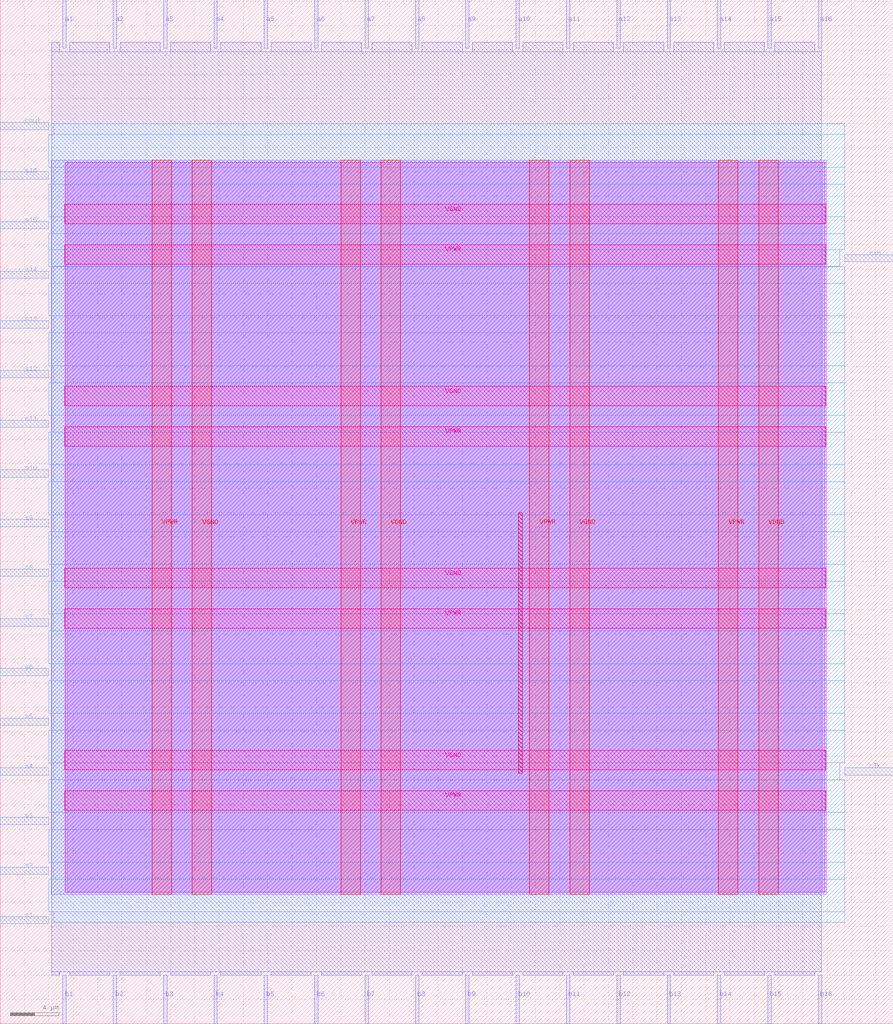
<source format=lef>
VERSION 5.7 ;
  NOWIREEXTENSIONATPIN ON ;
  DIVIDERCHAR "/" ;
  BUSBITCHARS "[]" ;
MACRO adder
  CLASS BLOCK ;
  FOREIGN adder ;
  ORIGIN 0.000 0.000 ;
  SIZE 73.420 BY 84.140 ;
  PIN VGND
    DIRECTION INOUT ;
    USE GROUND ;
    PORT
      LAYER met4 ;
        RECT 15.780 10.640 17.380 70.960 ;
    END
    PORT
      LAYER met4 ;
        RECT 31.305 10.640 32.905 70.960 ;
    END
    PORT
      LAYER met4 ;
        RECT 46.830 10.640 48.430 70.960 ;
    END
    PORT
      LAYER met4 ;
        RECT 62.355 10.640 63.955 70.960 ;
    END
    PORT
      LAYER met5 ;
        RECT 5.280 20.855 67.860 22.455 ;
    END
    PORT
      LAYER met5 ;
        RECT 5.280 35.810 67.860 37.410 ;
    END
    PORT
      LAYER met5 ;
        RECT 5.280 50.765 67.860 52.365 ;
    END
    PORT
      LAYER met5 ;
        RECT 5.280 65.720 67.860 67.320 ;
    END
  END VGND
  PIN VPWR
    DIRECTION INOUT ;
    USE POWER ;
    PORT
      LAYER met4 ;
        RECT 12.480 10.640 14.080 70.960 ;
    END
    PORT
      LAYER met4 ;
        RECT 28.005 10.640 29.605 70.960 ;
    END
    PORT
      LAYER met4 ;
        RECT 43.530 10.640 45.130 70.960 ;
    END
    PORT
      LAYER met4 ;
        RECT 59.055 10.640 60.655 70.960 ;
    END
    PORT
      LAYER met5 ;
        RECT 5.280 17.555 67.860 19.155 ;
    END
    PORT
      LAYER met5 ;
        RECT 5.280 32.510 67.860 34.110 ;
    END
    PORT
      LAYER met5 ;
        RECT 5.280 47.465 67.860 49.065 ;
    END
    PORT
      LAYER met5 ;
        RECT 5.280 62.420 67.860 64.020 ;
    END
  END VPWR
  PIN a1
    DIRECTION INPUT ;
    USE SIGNAL ;
    ANTENNAGATEAREA 0.196500 ;
    PORT
      LAYER met2 ;
        RECT 5.150 80.140 5.430 84.140 ;
    END
  END a1
  PIN a10
    DIRECTION INPUT ;
    USE SIGNAL ;
    ANTENNAGATEAREA 0.196500 ;
    PORT
      LAYER met2 ;
        RECT 42.410 80.140 42.690 84.140 ;
    END
  END a10
  PIN a11
    DIRECTION INPUT ;
    USE SIGNAL ;
    ANTENNAGATEAREA 0.196500 ;
    PORT
      LAYER met2 ;
        RECT 46.550 80.140 46.830 84.140 ;
    END
  END a11
  PIN a12
    DIRECTION INPUT ;
    USE SIGNAL ;
    ANTENNAGATEAREA 0.196500 ;
    PORT
      LAYER met2 ;
        RECT 50.690 80.140 50.970 84.140 ;
    END
  END a12
  PIN a13
    DIRECTION INPUT ;
    USE SIGNAL ;
    ANTENNAGATEAREA 0.196500 ;
    PORT
      LAYER met2 ;
        RECT 54.830 80.140 55.110 84.140 ;
    END
  END a13
  PIN a14
    DIRECTION INPUT ;
    USE SIGNAL ;
    ANTENNAGATEAREA 0.196500 ;
    PORT
      LAYER met2 ;
        RECT 58.970 80.140 59.250 84.140 ;
    END
  END a14
  PIN a15
    DIRECTION INPUT ;
    USE SIGNAL ;
    ANTENNAGATEAREA 0.196500 ;
    PORT
      LAYER met2 ;
        RECT 63.110 80.140 63.390 84.140 ;
    END
  END a15
  PIN a16
    DIRECTION INPUT ;
    USE SIGNAL ;
    ANTENNAGATEAREA 0.196500 ;
    PORT
      LAYER met2 ;
        RECT 67.250 80.140 67.530 84.140 ;
    END
  END a16
  PIN a2
    DIRECTION INPUT ;
    USE SIGNAL ;
    ANTENNAGATEAREA 0.196500 ;
    PORT
      LAYER met2 ;
        RECT 9.290 80.140 9.570 84.140 ;
    END
  END a2
  PIN a3
    DIRECTION INPUT ;
    USE SIGNAL ;
    ANTENNAGATEAREA 0.196500 ;
    PORT
      LAYER met2 ;
        RECT 13.430 80.140 13.710 84.140 ;
    END
  END a3
  PIN a4
    DIRECTION INPUT ;
    USE SIGNAL ;
    ANTENNAGATEAREA 0.196500 ;
    PORT
      LAYER met2 ;
        RECT 17.570 80.140 17.850 84.140 ;
    END
  END a4
  PIN a5
    DIRECTION INPUT ;
    USE SIGNAL ;
    ANTENNAGATEAREA 0.196500 ;
    PORT
      LAYER met2 ;
        RECT 21.710 80.140 21.990 84.140 ;
    END
  END a5
  PIN a6
    DIRECTION INPUT ;
    USE SIGNAL ;
    ANTENNAGATEAREA 0.196500 ;
    PORT
      LAYER met2 ;
        RECT 25.850 80.140 26.130 84.140 ;
    END
  END a6
  PIN a7
    DIRECTION INPUT ;
    USE SIGNAL ;
    ANTENNAGATEAREA 0.196500 ;
    PORT
      LAYER met2 ;
        RECT 29.990 80.140 30.270 84.140 ;
    END
  END a7
  PIN a8
    DIRECTION INPUT ;
    USE SIGNAL ;
    ANTENNAGATEAREA 0.196500 ;
    PORT
      LAYER met2 ;
        RECT 34.130 80.140 34.410 84.140 ;
    END
  END a8
  PIN a9
    DIRECTION INPUT ;
    USE SIGNAL ;
    ANTENNAGATEAREA 0.196500 ;
    PORT
      LAYER met2 ;
        RECT 38.270 80.140 38.550 84.140 ;
    END
  END a9
  PIN b1
    DIRECTION INPUT ;
    USE SIGNAL ;
    ANTENNAGATEAREA 0.196500 ;
    PORT
      LAYER met2 ;
        RECT 5.150 0.000 5.430 4.000 ;
    END
  END b1
  PIN b10
    DIRECTION INPUT ;
    USE SIGNAL ;
    ANTENNAGATEAREA 0.196500 ;
    PORT
      LAYER met2 ;
        RECT 42.410 0.000 42.690 4.000 ;
    END
  END b10
  PIN b11
    DIRECTION INPUT ;
    USE SIGNAL ;
    ANTENNAGATEAREA 0.196500 ;
    PORT
      LAYER met2 ;
        RECT 46.550 0.000 46.830 4.000 ;
    END
  END b11
  PIN b12
    DIRECTION INPUT ;
    USE SIGNAL ;
    ANTENNAGATEAREA 0.196500 ;
    PORT
      LAYER met2 ;
        RECT 50.690 0.000 50.970 4.000 ;
    END
  END b12
  PIN b13
    DIRECTION INPUT ;
    USE SIGNAL ;
    ANTENNAGATEAREA 0.196500 ;
    PORT
      LAYER met2 ;
        RECT 54.830 0.000 55.110 4.000 ;
    END
  END b13
  PIN b14
    DIRECTION INPUT ;
    USE SIGNAL ;
    ANTENNAGATEAREA 0.196500 ;
    PORT
      LAYER met2 ;
        RECT 58.970 0.000 59.250 4.000 ;
    END
  END b14
  PIN b15
    DIRECTION INPUT ;
    USE SIGNAL ;
    ANTENNAGATEAREA 0.196500 ;
    PORT
      LAYER met2 ;
        RECT 63.110 0.000 63.390 4.000 ;
    END
  END b15
  PIN b16
    DIRECTION INPUT ;
    USE SIGNAL ;
    ANTENNAGATEAREA 0.196500 ;
    PORT
      LAYER met2 ;
        RECT 67.250 0.000 67.530 4.000 ;
    END
  END b16
  PIN b2
    DIRECTION INPUT ;
    USE SIGNAL ;
    ANTENNAGATEAREA 0.196500 ;
    PORT
      LAYER met2 ;
        RECT 9.290 0.000 9.570 4.000 ;
    END
  END b2
  PIN b3
    DIRECTION INPUT ;
    USE SIGNAL ;
    ANTENNAGATEAREA 0.196500 ;
    PORT
      LAYER met2 ;
        RECT 13.430 0.000 13.710 4.000 ;
    END
  END b3
  PIN b4
    DIRECTION INPUT ;
    USE SIGNAL ;
    ANTENNAGATEAREA 0.196500 ;
    PORT
      LAYER met2 ;
        RECT 17.570 0.000 17.850 4.000 ;
    END
  END b4
  PIN b5
    DIRECTION INPUT ;
    USE SIGNAL ;
    ANTENNAGATEAREA 0.196500 ;
    PORT
      LAYER met2 ;
        RECT 21.710 0.000 21.990 4.000 ;
    END
  END b5
  PIN b6
    DIRECTION INPUT ;
    USE SIGNAL ;
    ANTENNAGATEAREA 0.196500 ;
    PORT
      LAYER met2 ;
        RECT 25.850 0.000 26.130 4.000 ;
    END
  END b6
  PIN b7
    DIRECTION INPUT ;
    USE SIGNAL ;
    ANTENNAGATEAREA 0.196500 ;
    PORT
      LAYER met2 ;
        RECT 29.990 0.000 30.270 4.000 ;
    END
  END b7
  PIN b8
    DIRECTION INPUT ;
    USE SIGNAL ;
    ANTENNAGATEAREA 0.196500 ;
    PORT
      LAYER met2 ;
        RECT 34.130 0.000 34.410 4.000 ;
    END
  END b8
  PIN b9
    DIRECTION INPUT ;
    USE SIGNAL ;
    ANTENNAGATEAREA 0.196500 ;
    PORT
      LAYER met2 ;
        RECT 38.270 0.000 38.550 4.000 ;
    END
  END b9
  PIN cin
    DIRECTION INPUT ;
    USE SIGNAL ;
    ANTENNAGATEAREA 0.196500 ;
    PORT
      LAYER met3 ;
        RECT 69.420 62.600 73.420 63.200 ;
    END
  END cin
  PIN clk
    DIRECTION INPUT ;
    USE SIGNAL ;
    ANTENNAGATEAREA 0.852000 ;
    PORT
      LAYER met3 ;
        RECT 69.420 20.440 73.420 21.040 ;
    END
  END clk
  PIN cout
    DIRECTION OUTPUT ;
    USE SIGNAL ;
    ANTENNADIFFAREA 0.340600 ;
    PORT
      LAYER met3 ;
        RECT 0.000 73.480 4.000 74.080 ;
    END
  END cout
  PIN s1
    DIRECTION OUTPUT ;
    USE SIGNAL ;
    ANTENNADIFFAREA 0.340600 ;
    PORT
      LAYER met3 ;
        RECT 0.000 8.200 4.000 8.800 ;
    END
  END s1
  PIN s10
    DIRECTION OUTPUT ;
    USE SIGNAL ;
    ANTENNADIFFAREA 0.340600 ;
    PORT
      LAYER met3 ;
        RECT 0.000 44.920 4.000 45.520 ;
    END
  END s10
  PIN s11
    DIRECTION OUTPUT ;
    USE SIGNAL ;
    ANTENNADIFFAREA 0.340600 ;
    PORT
      LAYER met3 ;
        RECT 0.000 49.000 4.000 49.600 ;
    END
  END s11
  PIN s12
    DIRECTION OUTPUT ;
    USE SIGNAL ;
    ANTENNADIFFAREA 0.340600 ;
    PORT
      LAYER met3 ;
        RECT 0.000 53.080 4.000 53.680 ;
    END
  END s12
  PIN s13
    DIRECTION OUTPUT ;
    USE SIGNAL ;
    ANTENNADIFFAREA 0.340600 ;
    PORT
      LAYER met3 ;
        RECT 0.000 57.160 4.000 57.760 ;
    END
  END s13
  PIN s14
    DIRECTION OUTPUT ;
    USE SIGNAL ;
    ANTENNADIFFAREA 0.340600 ;
    PORT
      LAYER met3 ;
        RECT 0.000 61.240 4.000 61.840 ;
    END
  END s14
  PIN s15
    DIRECTION OUTPUT ;
    USE SIGNAL ;
    ANTENNADIFFAREA 0.340600 ;
    PORT
      LAYER met3 ;
        RECT 0.000 65.320 4.000 65.920 ;
    END
  END s15
  PIN s16
    DIRECTION OUTPUT ;
    USE SIGNAL ;
    ANTENNADIFFAREA 0.340600 ;
    PORT
      LAYER met3 ;
        RECT 0.000 69.400 4.000 70.000 ;
    END
  END s16
  PIN s2
    DIRECTION OUTPUT ;
    USE SIGNAL ;
    ANTENNADIFFAREA 0.340600 ;
    PORT
      LAYER met3 ;
        RECT 0.000 12.280 4.000 12.880 ;
    END
  END s2
  PIN s3
    DIRECTION OUTPUT ;
    USE SIGNAL ;
    ANTENNADIFFAREA 0.340600 ;
    PORT
      LAYER met3 ;
        RECT 0.000 16.360 4.000 16.960 ;
    END
  END s3
  PIN s4
    DIRECTION OUTPUT ;
    USE SIGNAL ;
    ANTENNADIFFAREA 0.340600 ;
    PORT
      LAYER met3 ;
        RECT 0.000 20.440 4.000 21.040 ;
    END
  END s4
  PIN s5
    DIRECTION OUTPUT ;
    USE SIGNAL ;
    ANTENNADIFFAREA 0.340600 ;
    PORT
      LAYER met3 ;
        RECT 0.000 24.520 4.000 25.120 ;
    END
  END s5
  PIN s6
    DIRECTION OUTPUT ;
    USE SIGNAL ;
    ANTENNADIFFAREA 0.340600 ;
    PORT
      LAYER met3 ;
        RECT 0.000 28.600 4.000 29.200 ;
    END
  END s6
  PIN s7
    DIRECTION OUTPUT ;
    USE SIGNAL ;
    ANTENNADIFFAREA 0.340600 ;
    PORT
      LAYER met3 ;
        RECT 0.000 32.680 4.000 33.280 ;
    END
  END s7
  PIN s8
    DIRECTION OUTPUT ;
    USE SIGNAL ;
    ANTENNADIFFAREA 0.340600 ;
    PORT
      LAYER met3 ;
        RECT 0.000 36.760 4.000 37.360 ;
    END
  END s8
  PIN s9
    DIRECTION OUTPUT ;
    USE SIGNAL ;
    ANTENNADIFFAREA 0.340600 ;
    PORT
      LAYER met3 ;
        RECT 0.000 40.840 4.000 41.440 ;
    END
  END s9
  OBS
      LAYER nwell ;
        RECT 5.330 10.795 67.810 70.805 ;
      LAYER li1 ;
        RECT 5.520 10.795 67.620 70.805 ;
      LAYER met1 ;
        RECT 4.210 10.640 67.920 70.960 ;
      LAYER met2 ;
        RECT 4.230 79.860 4.870 80.650 ;
        RECT 5.710 79.860 9.010 80.650 ;
        RECT 9.850 79.860 13.150 80.650 ;
        RECT 13.990 79.860 17.290 80.650 ;
        RECT 18.130 79.860 21.430 80.650 ;
        RECT 22.270 79.860 25.570 80.650 ;
        RECT 26.410 79.860 29.710 80.650 ;
        RECT 30.550 79.860 33.850 80.650 ;
        RECT 34.690 79.860 37.990 80.650 ;
        RECT 38.830 79.860 42.130 80.650 ;
        RECT 42.970 79.860 46.270 80.650 ;
        RECT 47.110 79.860 50.410 80.650 ;
        RECT 51.250 79.860 54.550 80.650 ;
        RECT 55.390 79.860 58.690 80.650 ;
        RECT 59.530 79.860 62.830 80.650 ;
        RECT 63.670 79.860 66.970 80.650 ;
        RECT 4.230 4.280 67.520 79.860 ;
        RECT 4.230 4.000 4.870 4.280 ;
        RECT 5.710 4.000 9.010 4.280 ;
        RECT 9.850 4.000 13.150 4.280 ;
        RECT 13.990 4.000 17.290 4.280 ;
        RECT 18.130 4.000 21.430 4.280 ;
        RECT 22.270 4.000 25.570 4.280 ;
        RECT 26.410 4.000 29.710 4.280 ;
        RECT 30.550 4.000 33.850 4.280 ;
        RECT 34.690 4.000 37.990 4.280 ;
        RECT 38.830 4.000 42.130 4.280 ;
        RECT 42.970 4.000 46.270 4.280 ;
        RECT 47.110 4.000 50.410 4.280 ;
        RECT 51.250 4.000 54.550 4.280 ;
        RECT 55.390 4.000 58.690 4.280 ;
        RECT 59.530 4.000 62.830 4.280 ;
        RECT 63.670 4.000 66.970 4.280 ;
      LAYER met3 ;
        RECT 4.400 73.080 69.420 73.945 ;
        RECT 3.990 70.400 69.420 73.080 ;
        RECT 4.400 69.000 69.420 70.400 ;
        RECT 3.990 66.320 69.420 69.000 ;
        RECT 4.400 64.920 69.420 66.320 ;
        RECT 3.990 63.600 69.420 64.920 ;
        RECT 3.990 62.240 69.020 63.600 ;
        RECT 4.400 62.200 69.020 62.240 ;
        RECT 4.400 60.840 69.420 62.200 ;
        RECT 3.990 58.160 69.420 60.840 ;
        RECT 4.400 56.760 69.420 58.160 ;
        RECT 3.990 54.080 69.420 56.760 ;
        RECT 4.400 52.680 69.420 54.080 ;
        RECT 3.990 50.000 69.420 52.680 ;
        RECT 4.400 48.600 69.420 50.000 ;
        RECT 3.990 45.920 69.420 48.600 ;
        RECT 4.400 44.520 69.420 45.920 ;
        RECT 3.990 41.840 69.420 44.520 ;
        RECT 4.400 40.440 69.420 41.840 ;
        RECT 3.990 37.760 69.420 40.440 ;
        RECT 4.400 36.360 69.420 37.760 ;
        RECT 3.990 33.680 69.420 36.360 ;
        RECT 4.400 32.280 69.420 33.680 ;
        RECT 3.990 29.600 69.420 32.280 ;
        RECT 4.400 28.200 69.420 29.600 ;
        RECT 3.990 25.520 69.420 28.200 ;
        RECT 4.400 24.120 69.420 25.520 ;
        RECT 3.990 21.440 69.420 24.120 ;
        RECT 4.400 20.040 69.020 21.440 ;
        RECT 3.990 17.360 69.420 20.040 ;
        RECT 4.400 15.960 69.420 17.360 ;
        RECT 3.990 13.280 69.420 15.960 ;
        RECT 4.400 11.880 69.420 13.280 ;
        RECT 3.990 9.200 69.420 11.880 ;
        RECT 4.400 8.335 69.420 9.200 ;
      LAYER met4 ;
        RECT 42.615 20.575 42.945 41.985 ;
  END
END adder
END LIBRARY


</source>
